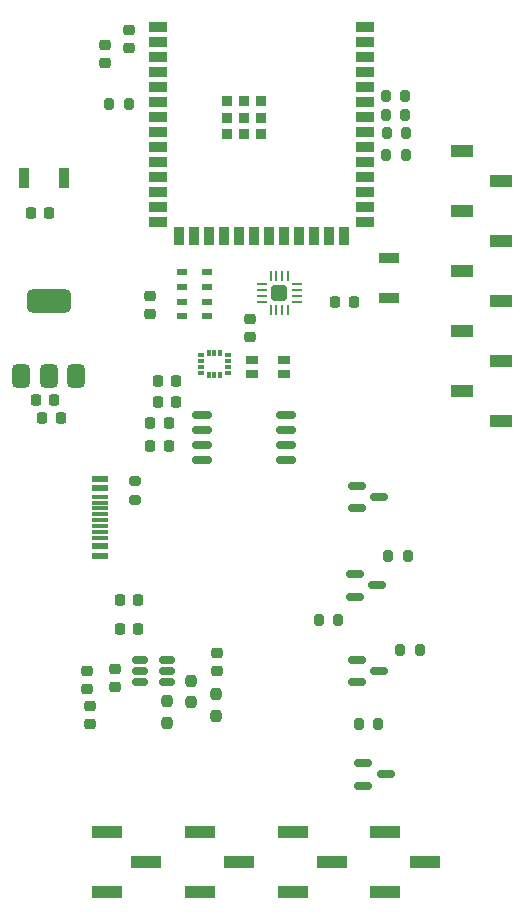
<source format=gbr>
%TF.GenerationSoftware,KiCad,Pcbnew,9.0.6*%
%TF.CreationDate,2025-12-29T20:27:24-08:00*%
%TF.ProjectId,Sigma1,5369676d-6131-42e6-9b69-6361645f7063,rev?*%
%TF.SameCoordinates,Original*%
%TF.FileFunction,Paste,Top*%
%TF.FilePolarity,Positive*%
%FSLAX46Y46*%
G04 Gerber Fmt 4.6, Leading zero omitted, Abs format (unit mm)*
G04 Created by KiCad (PCBNEW 9.0.6) date 2025-12-29 20:27:24*
%MOMM*%
%LPD*%
G01*
G04 APERTURE LIST*
G04 Aperture macros list*
%AMRoundRect*
0 Rectangle with rounded corners*
0 $1 Rounding radius*
0 $2 $3 $4 $5 $6 $7 $8 $9 X,Y pos of 4 corners*
0 Add a 4 corners polygon primitive as box body*
4,1,4,$2,$3,$4,$5,$6,$7,$8,$9,$2,$3,0*
0 Add four circle primitives for the rounded corners*
1,1,$1+$1,$2,$3*
1,1,$1+$1,$4,$5*
1,1,$1+$1,$6,$7*
1,1,$1+$1,$8,$9*
0 Add four rect primitives between the rounded corners*
20,1,$1+$1,$2,$3,$4,$5,0*
20,1,$1+$1,$4,$5,$6,$7,0*
20,1,$1+$1,$6,$7,$8,$9,0*
20,1,$1+$1,$8,$9,$2,$3,0*%
G04 Aperture macros list end*
%ADD10RoundRect,0.237500X0.237500X-0.250000X0.237500X0.250000X-0.237500X0.250000X-0.237500X-0.250000X0*%
%ADD11RoundRect,0.087500X-0.207500X-0.087500X0.207500X-0.087500X0.207500X0.087500X-0.207500X0.087500X0*%
%ADD12RoundRect,0.087500X-0.087500X-0.207500X0.087500X-0.207500X0.087500X0.207500X-0.087500X0.207500X0*%
%ADD13RoundRect,0.237500X-0.237500X0.250000X-0.237500X-0.250000X0.237500X-0.250000X0.237500X0.250000X0*%
%ADD14RoundRect,0.225000X0.225000X0.250000X-0.225000X0.250000X-0.225000X-0.250000X0.225000X-0.250000X0*%
%ADD15RoundRect,0.200000X-0.200000X-0.275000X0.200000X-0.275000X0.200000X0.275000X-0.200000X0.275000X0*%
%ADD16RoundRect,0.225000X-0.225000X-0.250000X0.225000X-0.250000X0.225000X0.250000X-0.225000X0.250000X0*%
%ADD17R,0.950000X0.550000*%
%ADD18R,0.900000X0.900000*%
%ADD19R,1.500000X0.900000*%
%ADD20R,0.900000X1.500000*%
%ADD21RoundRect,0.200000X0.275000X-0.200000X0.275000X0.200000X-0.275000X0.200000X-0.275000X-0.200000X0*%
%ADD22R,1.700000X0.900000*%
%ADD23RoundRect,0.225000X-0.250000X0.225000X-0.250000X-0.225000X0.250000X-0.225000X0.250000X0.225000X0*%
%ADD24RoundRect,0.162500X0.650000X0.162500X-0.650000X0.162500X-0.650000X-0.162500X0.650000X-0.162500X0*%
%ADD25R,1.900000X1.000000*%
%ADD26RoundRect,0.150000X-0.587500X-0.150000X0.587500X-0.150000X0.587500X0.150000X-0.587500X0.150000X0*%
%ADD27R,2.510000X1.000000*%
%ADD28RoundRect,0.250000X-0.425000X-0.425000X0.425000X-0.425000X0.425000X0.425000X-0.425000X0.425000X0*%
%ADD29RoundRect,0.062500X-0.356250X-0.062500X0.356250X-0.062500X0.356250X0.062500X-0.356250X0.062500X0*%
%ADD30RoundRect,0.062500X-0.062500X-0.356250X0.062500X-0.356250X0.062500X0.356250X-0.062500X0.356250X0*%
%ADD31RoundRect,0.225000X0.250000X-0.225000X0.250000X0.225000X-0.250000X0.225000X-0.250000X-0.225000X0*%
%ADD32RoundRect,0.375000X0.375000X-0.625000X0.375000X0.625000X-0.375000X0.625000X-0.375000X-0.625000X0*%
%ADD33RoundRect,0.500000X1.400000X-0.500000X1.400000X0.500000X-1.400000X0.500000X-1.400000X-0.500000X0*%
%ADD34R,0.900000X1.700000*%
%ADD35R,1.000000X0.800000*%
%ADD36R,1.450000X0.600000*%
%ADD37R,1.450000X0.300000*%
%ADD38RoundRect,0.150000X-0.512500X-0.150000X0.512500X-0.150000X0.512500X0.150000X-0.512500X0.150000X0*%
G04 APERTURE END LIST*
D10*
%TO.C,R4*%
X31900000Y-71812500D03*
X31900000Y-69987500D03*
%TD*%
D11*
%TO.C,U3*%
X30585000Y-41250000D03*
X30585000Y-41750000D03*
X30585000Y-42250000D03*
X30585000Y-42750000D03*
D12*
X31250000Y-42915000D03*
X31750000Y-42915000D03*
X32250000Y-42915000D03*
D11*
X32915000Y-42750000D03*
X32915000Y-42250000D03*
X32915000Y-41750000D03*
X32915000Y-41250000D03*
D12*
X32250000Y-41085000D03*
X31750000Y-41085000D03*
X31250000Y-41085000D03*
%TD*%
D13*
%TO.C,R3*%
X27750000Y-70587500D03*
X27750000Y-72412500D03*
%TD*%
D14*
%TO.C,C2*%
X18200000Y-45100000D03*
X16650000Y-45100000D03*
%TD*%
D15*
%TO.C,R6*%
X46250000Y-19300000D03*
X47900000Y-19300000D03*
%TD*%
D14*
%TO.C,C16*%
X25275000Y-64500000D03*
X23725000Y-64500000D03*
%TD*%
D16*
%TO.C,C9*%
X26975000Y-45250000D03*
X28525000Y-45250000D03*
%TD*%
D17*
%TO.C,U4*%
X31150000Y-38000000D03*
X31150000Y-36750000D03*
X31150000Y-35500000D03*
X31150000Y-34250000D03*
X29000000Y-34250000D03*
X29000000Y-35500000D03*
X29000000Y-36750000D03*
X29000000Y-38000000D03*
%TD*%
D16*
%TO.C,C8*%
X26975000Y-43500000D03*
X28525000Y-43500000D03*
%TD*%
D18*
%TO.C,U1*%
X32850000Y-19780000D03*
X32850000Y-21180000D03*
X32850000Y-22580000D03*
X34250000Y-19780000D03*
X34250000Y-21180000D03*
X34250000Y-22580000D03*
X35650000Y-19780000D03*
X35650000Y-21180000D03*
X35650000Y-22580000D03*
D19*
X27000000Y-13460000D03*
X27000000Y-14730000D03*
X27000000Y-16000000D03*
X27000000Y-17270000D03*
X27000000Y-18540000D03*
X27000000Y-19810000D03*
X27000000Y-21080000D03*
X27000000Y-22350000D03*
X27000000Y-23620000D03*
X27000000Y-24890000D03*
X27000000Y-26160000D03*
X27000000Y-27430000D03*
X27000000Y-28700000D03*
X27000000Y-29970000D03*
D20*
X28765000Y-31220000D03*
X30035000Y-31220000D03*
X31305000Y-31220000D03*
X32575000Y-31220000D03*
X33845000Y-31220000D03*
X35115000Y-31220000D03*
X36385000Y-31220000D03*
X37655000Y-31220000D03*
X38925000Y-31220000D03*
X40195000Y-31220000D03*
X41465000Y-31220000D03*
X42735000Y-31220000D03*
D19*
X44500000Y-29970000D03*
X44500000Y-28700000D03*
X44500000Y-27430000D03*
X44500000Y-26160000D03*
X44500000Y-24890000D03*
X44500000Y-23620000D03*
X44500000Y-22350000D03*
X44500000Y-21080000D03*
X44500000Y-19810000D03*
X44500000Y-18540000D03*
X44500000Y-17270000D03*
X44500000Y-16000000D03*
X44500000Y-14730000D03*
X44500000Y-13460000D03*
%TD*%
D21*
%TO.C,R1*%
X25000000Y-53575000D03*
X25000000Y-51925000D03*
%TD*%
D22*
%TO.C,SW2*%
X46500000Y-36450000D03*
X46500000Y-33050000D03*
%TD*%
D15*
%TO.C,R7*%
X40575000Y-63680000D03*
X42225000Y-63680000D03*
%TD*%
%TO.C,R2*%
X22850000Y-20000000D03*
X24500000Y-20000000D03*
%TD*%
D13*
%TO.C,R5*%
X29750000Y-68837500D03*
X29750000Y-70662500D03*
%TD*%
D14*
%TO.C,C1*%
X18725000Y-46600000D03*
X17175000Y-46600000D03*
%TD*%
D23*
%TO.C,C11*%
X34750000Y-38225000D03*
X34750000Y-39775000D03*
%TD*%
D24*
%TO.C,U8*%
X37837500Y-50155000D03*
X37837500Y-48885000D03*
X37837500Y-47615000D03*
X37837500Y-46345000D03*
X30662500Y-46345000D03*
X30662500Y-47615000D03*
X30662500Y-48885000D03*
X30662500Y-50155000D03*
%TD*%
D16*
%TO.C,C12*%
X26325000Y-49000000D03*
X27875000Y-49000000D03*
%TD*%
D25*
%TO.C,J8*%
X52700000Y-23980000D03*
X56000000Y-26520000D03*
X52700000Y-29060000D03*
X56000000Y-31600000D03*
X52700000Y-34140000D03*
X56000000Y-36680000D03*
X52700000Y-39220000D03*
X56000000Y-41760000D03*
X52700000Y-44300000D03*
X56000000Y-46840000D03*
%TD*%
D26*
%TO.C,Q3*%
X43800000Y-52310000D03*
X43800000Y-54210000D03*
X45675000Y-53260000D03*
%TD*%
D23*
%TO.C,C18*%
X32000000Y-66475000D03*
X32000000Y-68025000D03*
%TD*%
D27*
%TO.C,J6*%
X46230000Y-81660000D03*
X49540000Y-84200000D03*
X46230000Y-86740000D03*
%TD*%
D28*
%TO.C,U5*%
X37250000Y-36000000D03*
D29*
X35793750Y-35250000D03*
X35793750Y-35750000D03*
X35793750Y-36250000D03*
X35793750Y-36750000D03*
D30*
X36500000Y-37456250D03*
X37000000Y-37456250D03*
X37500000Y-37456250D03*
X38000000Y-37456250D03*
D29*
X38706250Y-36750000D03*
X38706250Y-36250000D03*
X38706250Y-35750000D03*
X38706250Y-35250000D03*
D30*
X38000000Y-34543750D03*
X37500000Y-34543750D03*
X37000000Y-34543750D03*
X36500000Y-34543750D03*
%TD*%
D31*
%TO.C,C15*%
X21250000Y-72525000D03*
X21250000Y-70975000D03*
%TD*%
%TO.C,C10*%
X26250000Y-37775000D03*
X26250000Y-36225000D03*
%TD*%
D14*
%TO.C,C17*%
X25300000Y-62000000D03*
X23750000Y-62000000D03*
%TD*%
D32*
%TO.C,U2*%
X15400000Y-43000000D03*
X17700000Y-43000000D03*
D33*
X17700000Y-36700000D03*
D32*
X20000000Y-43000000D03*
%TD*%
D34*
%TO.C,SW1*%
X15600000Y-26250000D03*
X19000000Y-26250000D03*
%TD*%
D35*
%TO.C,Y1*%
X34900000Y-42850000D03*
X37600000Y-42850000D03*
X37600000Y-41650000D03*
X34900000Y-41650000D03*
%TD*%
D27*
%TO.C,J5*%
X38360000Y-81660000D03*
X41670000Y-84200000D03*
X38360000Y-86740000D03*
%TD*%
D36*
%TO.C,P1*%
X22045000Y-51750000D03*
X22045000Y-52550000D03*
D37*
X22045000Y-53750000D03*
X22045000Y-54750000D03*
X22045000Y-55250000D03*
X22045000Y-56250000D03*
D36*
X22045000Y-57450000D03*
X22045000Y-58250000D03*
X22045000Y-58250000D03*
X22045000Y-57450000D03*
D37*
X22045000Y-56750000D03*
X22045000Y-55750000D03*
X22045000Y-54250000D03*
X22045000Y-53250000D03*
D36*
X22045000Y-52550000D03*
X22045000Y-51750000D03*
%TD*%
D15*
%TO.C,R13*%
X43975000Y-72510000D03*
X45625000Y-72510000D03*
%TD*%
D27*
%TO.C,J3*%
X22620000Y-81660000D03*
X25930000Y-84200000D03*
X22620000Y-86740000D03*
%TD*%
D31*
%TO.C,C14*%
X21000000Y-69525000D03*
X21000000Y-67975000D03*
%TD*%
D38*
%TO.C,U6*%
X25462500Y-67050000D03*
X25462500Y-68000000D03*
X25462500Y-68950000D03*
X27737500Y-68950000D03*
X27737500Y-68000000D03*
X27737500Y-67050000D03*
%TD*%
D14*
%TO.C,C3*%
X17775000Y-29250000D03*
X16225000Y-29250000D03*
%TD*%
D26*
%TO.C,Q4*%
X44362500Y-75810000D03*
X44362500Y-77710000D03*
X46237500Y-76760000D03*
%TD*%
D15*
%TO.C,R8*%
X46250000Y-20900000D03*
X47900000Y-20900000D03*
%TD*%
D16*
%TO.C,C7*%
X26325000Y-47000000D03*
X27875000Y-47000000D03*
%TD*%
D26*
%TO.C,Q2*%
X43612500Y-59810000D03*
X43612500Y-61710000D03*
X45487500Y-60760000D03*
%TD*%
D15*
%TO.C,R10*%
X46350000Y-22500000D03*
X48000000Y-22500000D03*
%TD*%
D31*
%TO.C,C5*%
X24500000Y-15300000D03*
X24500000Y-13750000D03*
%TD*%
D15*
%TO.C,R12*%
X46275000Y-24300000D03*
X47925000Y-24300000D03*
%TD*%
D31*
%TO.C,C13*%
X23300000Y-69400000D03*
X23300000Y-67850000D03*
%TD*%
D15*
%TO.C,R9*%
X46475000Y-58260000D03*
X48125000Y-58260000D03*
%TD*%
D26*
%TO.C,Q1*%
X43800000Y-67060000D03*
X43800000Y-68960000D03*
X45675000Y-68010000D03*
%TD*%
D15*
%TO.C,R11*%
X47475000Y-66260000D03*
X49125000Y-66260000D03*
%TD*%
D27*
%TO.C,J4*%
X30490000Y-81660000D03*
X33800000Y-84200000D03*
X30490000Y-86740000D03*
%TD*%
D16*
%TO.C,C4*%
X41975000Y-36750000D03*
X43525000Y-36750000D03*
%TD*%
D31*
%TO.C,C6*%
X22500000Y-16525000D03*
X22500000Y-14975000D03*
%TD*%
M02*

</source>
